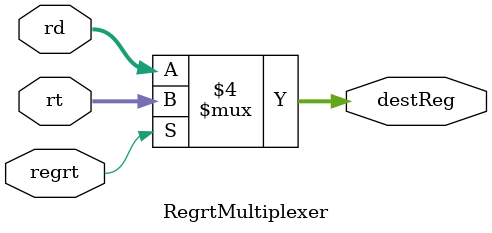
<source format=v>
`timescale 1ns / 1ps


module RegrtMultiplexer( //multiplexer module for the cpu.
    //inputs
    input [4:0] rt,
    input [4:0] rd,
    input regrt,
    //outputs
    output reg [4:0] destReg
    );

    always @(*)
    begin
        if (regrt == 0)
            destReg = rd;
        else
            destReg = rt;
    end 
endmodule

</source>
